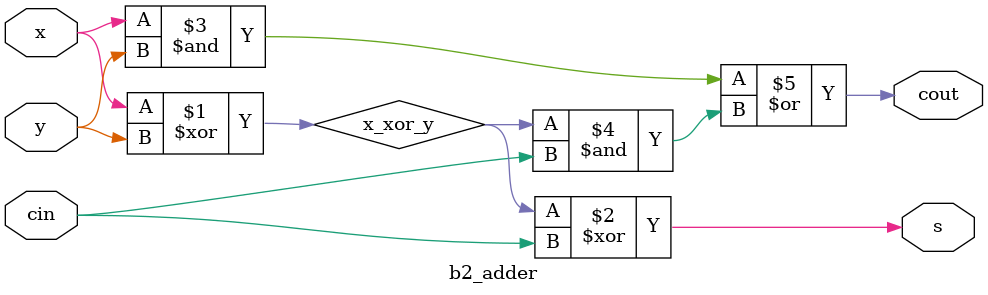
<source format=v>
parameter N = 16;

module area_ret(a, b, c, area, ret);
	input[N-1:0] a, b, c;
	output[2*N-2:0] area;
	output ret;

	wire[N-1:0] max;
	wire[1:0] b1_b0;

	max_3 maxr (
		.a(a), .b(b), .c(c),
		.max(max), .b1_b0(b1_b0)
	);

	wire[1:0] c1_c0;
	assign c1_c0[1] = |b1_b0;
	assign c1_c0[0] = b1_b0[1];

	wire[N-1:0] plex_1;
	assign plex_1 = c1_c0[1] ? a : b;

	wire[N-1:0] plex_2;
	assign plex_2 = c1_c0[0] ? b : c;

	// su 2*N + 1 per non perdere precisione
	wire[2*N:0] max_sqr;
	assign max_sqr = max * max;

	wire[2*N:0] plex_1_sqr;
	assign plex_1_sqr = plex_1 * plex_1;

	wire[2*N:0] plex_2_sqr;
	assign plex_2_sqr = plex_2 * plex_2;

	wire[2*N:0] plex_sqr_sum;
	assign plex_sqr_sum = plex_1_sqr + plex_2_sqr;
	
	assign ret = max_sqr == plex_sqr_sum;

	wire[2*N-1:0] area_2;
	assign area_2 = plex_1 * plex_2;
	assign area = area_2[N-1:1];
endmodule

// implementazione alternativa, serve un uscita per il multiplexer
module max_3(a, b, c, max, b1_b0);	
	input[N-1:0] a, b, c;
	output[N-1:0] max;

	wire ab_less;
	wire bc_less;
	wire ac_less;

	nat_cmp ab_cmp (
		.x(a), .y(b),
		.less(ab_less)
	);

	nat_cmp bc_cmp (
		.x(b), .y(c),
		.less(bc_less)
	);

	nat_cmp ac_cmp (
		.x(a), .y(c),
		.less(ac_less)
	);

	output[1:0] b1_b0;

	assign b1_b0[1] = ac_less & bc_less;
	assign b1_b0[0] = ab_less;

	// sarebbe un multiplexer a 4 vie
	assign max = (b1_b0 == 'B00) ? a:
							 (b1_b0 == 'B01) ? b:
							 (b1_b0 == 'B10) ? c:
						 /*(b1_b0 == 'B11)?*/c;
endmodule

module nat_cmp(x, y, less);
	input[N-1:0] x;
	input[N-1:0] y;
	output less;

	wire[N-1:0] y_neg;
	assign y_neg = ~y + 1;
	
	wire cout;
	
	N_b2_adder add (
		.x(x), .y(y_neg),
		.cin('B0),
		.cout(cout)
	);

	assign less = ~cout;
endmodule

module N_b2_adder(x, y, cin, s, cout);
	input[N-1:0] x, y;
	input cin;	
	output[N-1:0] s;
	output cout;
  wire [N-2:0] carry; 

	genvar i; 
	generate
		for(i = 0; i < N; i = i + 1) begin : b2_adders
			if(i == 0) begin
				b2_adder add (
					.x(x[i]), .y(y[i]),
					.cin(cin),
					.s(s[i]),
					.cout(carry[i])
				);
			end else if(i == N-1) begin
				b2_adder add (
					.x(x[i]), .y(y[i]),
					.cin(carry[i-1]),
					.s(s[i]),
					.cout(cout)
				);
			end else begin
				b2_adder add (
					.x(x[i]), .y(y[i]),
					.cin(carry[i-1]),
					.s(s[i]),
					.cout(carry[i])
				);
			end
		end
	endgenerate
endmodule

module b2_adder(x, y, cin, s, cout);
	input x, y, cin;
	output s, cout;

	wire x_xor_y;
	assign x_xor_y = x ^ y;

	assign s = (x_xor_y) ^ cin;
	assign cout = x & y | x_xor_y & cin;
endmodule

</source>
